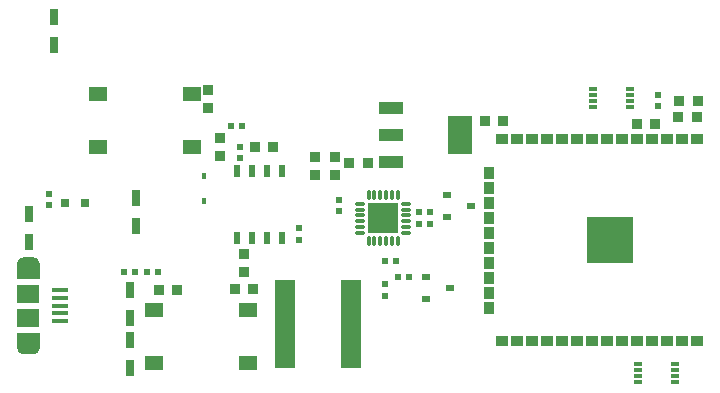
<source format=gtp>
G04*
G04 #@! TF.GenerationSoftware,Altium Limited,Altium Designer,18.1.6 (161)*
G04*
G04 Layer_Color=8421504*
%FSAX44Y44*%
%MOMM*%
G71*
G01*
G75*
%ADD17R,1.3500X0.4000*%
%ADD18R,1.9000X1.5000*%
%ADD19R,1.5500X1.3000*%
%ADD20R,1.0000X0.9500*%
%ADD21R,0.9500X1.0000*%
%ADD22R,4.0000X4.0000*%
%ADD23R,0.8000X0.3000*%
%ADD24R,2.5500X2.5500*%
%ADD25O,0.8500X0.3000*%
%ADD26O,0.3000X0.8500*%
%ADD27R,0.6500X1.3500*%
%ADD28R,0.5500X1.0000*%
%ADD29R,2.1500X3.2500*%
%ADD30R,2.1500X1.0000*%
%ADD31R,0.5500X0.5500*%
%ADD32R,0.5500X0.5500*%
%ADD33R,0.8000X0.6000*%
%ADD34R,1.8000X7.5000*%
%ADD35R,0.4500X0.5900*%
%ADD36R,0.8000X0.8000*%
%ADD37R,0.8500X0.8500*%
%ADD38R,0.8500X0.8500*%
%ADD39C,0.5000*%
G36*
X00025000Y00108385D02*
X00006000D01*
Y00121385D01*
X00025000D01*
Y00108385D01*
D02*
G37*
G36*
X00020000Y00103385D02*
X00011000Y00103385D01*
Y00108385D01*
X00020000D01*
Y00103385D01*
D02*
G37*
G36*
X00020000Y00180385D02*
X00011000D01*
Y00185385D01*
X00020000Y00185385D01*
Y00180385D01*
D02*
G37*
G36*
X00025000Y00167385D02*
X00006000D01*
Y00180385D01*
X00025000D01*
Y00167385D01*
D02*
G37*
D17*
X00042500Y00157385D02*
D03*
Y00150885D02*
D03*
Y00144385D02*
D03*
Y00137885D02*
D03*
Y00131385D02*
D03*
D18*
X00015500Y00154385D02*
D03*
Y00134385D02*
D03*
D19*
X00153742Y00278887D02*
D03*
Y00323887D02*
D03*
X00074242Y00278887D02*
D03*
Y00323887D02*
D03*
X00122242Y00140565D02*
D03*
Y00095565D02*
D03*
X00201742Y00140565D02*
D03*
Y00095565D02*
D03*
D20*
X00581418Y00285750D02*
D03*
X00568718D02*
D03*
X00556018D02*
D03*
X00543318D02*
D03*
X00530618D02*
D03*
X00517918D02*
D03*
X00505218D02*
D03*
X00492518D02*
D03*
X00479818D02*
D03*
X00467118D02*
D03*
X00454418D02*
D03*
X00441718D02*
D03*
X00429018D02*
D03*
X00416318D02*
D03*
Y00114250D02*
D03*
X00429018D02*
D03*
X00441718D02*
D03*
X00454418D02*
D03*
X00467118D02*
D03*
X00479818D02*
D03*
X00492518D02*
D03*
X00505218D02*
D03*
X00517918D02*
D03*
X00530618D02*
D03*
X00543318D02*
D03*
X00556018D02*
D03*
X00568718D02*
D03*
X00581418D02*
D03*
D21*
X00405818Y00257150D02*
D03*
Y00244450D02*
D03*
Y00231750D02*
D03*
Y00219050D02*
D03*
Y00206350D02*
D03*
Y00193650D02*
D03*
Y00180950D02*
D03*
Y00168250D02*
D03*
Y00155550D02*
D03*
Y00142850D02*
D03*
D22*
X00507568Y00200000D02*
D03*
D23*
X00562568Y00080000D02*
D03*
Y00085000D02*
D03*
Y00090000D02*
D03*
Y00095000D02*
D03*
X00531568Y00080000D02*
D03*
Y00085000D02*
D03*
Y00090000D02*
D03*
Y00095000D02*
D03*
X00524500Y00313040D02*
D03*
Y00318040D02*
D03*
Y00323040D02*
D03*
Y00328040D02*
D03*
X00493500Y00313040D02*
D03*
Y00318040D02*
D03*
Y00323040D02*
D03*
Y00328040D02*
D03*
D24*
X00316000Y00218417D02*
D03*
D25*
X00335500Y00230917D02*
D03*
Y00225917D02*
D03*
Y00220917D02*
D03*
Y00215917D02*
D03*
Y00210917D02*
D03*
Y00205917D02*
D03*
X00296500D02*
D03*
Y00210917D02*
D03*
Y00215917D02*
D03*
Y00220917D02*
D03*
Y00225917D02*
D03*
Y00230917D02*
D03*
D26*
X00328500Y00198917D02*
D03*
X00323500D02*
D03*
X00318500D02*
D03*
X00313500D02*
D03*
X00308500D02*
D03*
X00303500D02*
D03*
Y00237917D02*
D03*
X00308500D02*
D03*
X00313500D02*
D03*
X00318500D02*
D03*
X00323500D02*
D03*
X00328500D02*
D03*
D27*
X00037310Y00389000D02*
D03*
Y00365000D02*
D03*
X00106568Y00211715D02*
D03*
Y00235714D02*
D03*
X00101260Y00091470D02*
D03*
Y00115470D02*
D03*
Y00133999D02*
D03*
Y00157999D02*
D03*
X00016300Y00198424D02*
D03*
Y00222425D02*
D03*
D28*
X00192518Y00201914D02*
D03*
X00205218D02*
D03*
X00217918D02*
D03*
X00230618D02*
D03*
X00192518Y00258414D02*
D03*
X00205218D02*
D03*
X00217918D02*
D03*
X00230618D02*
D03*
D29*
X00380818Y00289040D02*
D03*
D30*
X00322318Y00266040D02*
D03*
Y00289040D02*
D03*
Y00312040D02*
D03*
D31*
X00125060Y00172620D02*
D03*
X00115560D02*
D03*
X00096510D02*
D03*
X00106010D02*
D03*
X00327068Y00182000D02*
D03*
X00317568D02*
D03*
X00328362Y00169065D02*
D03*
X00337862D02*
D03*
X00355772Y00223715D02*
D03*
X00346272D02*
D03*
X00355772Y00213555D02*
D03*
X00346272D02*
D03*
X00196548Y00296565D02*
D03*
X00187048D02*
D03*
D32*
X00278568Y00234055D02*
D03*
Y00224555D02*
D03*
X00317543Y00162435D02*
D03*
Y00152935D02*
D03*
X00548348Y00313660D02*
D03*
Y00323160D02*
D03*
X00244568Y00200413D02*
D03*
Y00209914D02*
D03*
X00194798Y00269633D02*
D03*
Y00279133D02*
D03*
X00032810Y00229805D02*
D03*
Y00239305D02*
D03*
D33*
X00390478Y00228700D02*
D03*
X00370278Y00219200D02*
D03*
Y00238200D02*
D03*
X00351893Y00169065D02*
D03*
Y00150065D02*
D03*
X00372092Y00159565D02*
D03*
D34*
X00233000Y00129000D02*
D03*
X00289000D02*
D03*
D35*
X00163992Y00232797D02*
D03*
Y00253897D02*
D03*
D36*
X00063250Y00231805D02*
D03*
X00046750D02*
D03*
D37*
X00566543Y00317580D02*
D03*
X00582043D02*
D03*
X00565818Y00304088D02*
D03*
X00581318D02*
D03*
X00141318Y00158000D02*
D03*
X00125818D02*
D03*
X00546208Y00298630D02*
D03*
X00530708D02*
D03*
X00205798Y00158565D02*
D03*
X00190298D02*
D03*
X00207048Y00278565D02*
D03*
X00222548D02*
D03*
X00402238Y00300470D02*
D03*
X00417738D02*
D03*
X00302668Y00265330D02*
D03*
X00287168D02*
D03*
D38*
X00258268Y00254727D02*
D03*
Y00270226D02*
D03*
X00274778Y00254727D02*
D03*
Y00270226D02*
D03*
X00167992Y00327136D02*
D03*
Y00311637D02*
D03*
X00177798Y00270815D02*
D03*
Y00286315D02*
D03*
X00197798Y00188315D02*
D03*
Y00172815D02*
D03*
D39*
X00013500Y00180385D02*
G03*
X00013500Y00180385I-00002500J00000000D01*
G01*
X00022500D02*
G03*
X00022500Y00180385I-00002500J00000000D01*
G01*
X00022500Y00108385D02*
G03*
X00022500Y00108385I-00002500J00000000D01*
G01*
X00013500D02*
G03*
X00013500Y00108385I-00002500J00000000D01*
G01*
M02*

</source>
